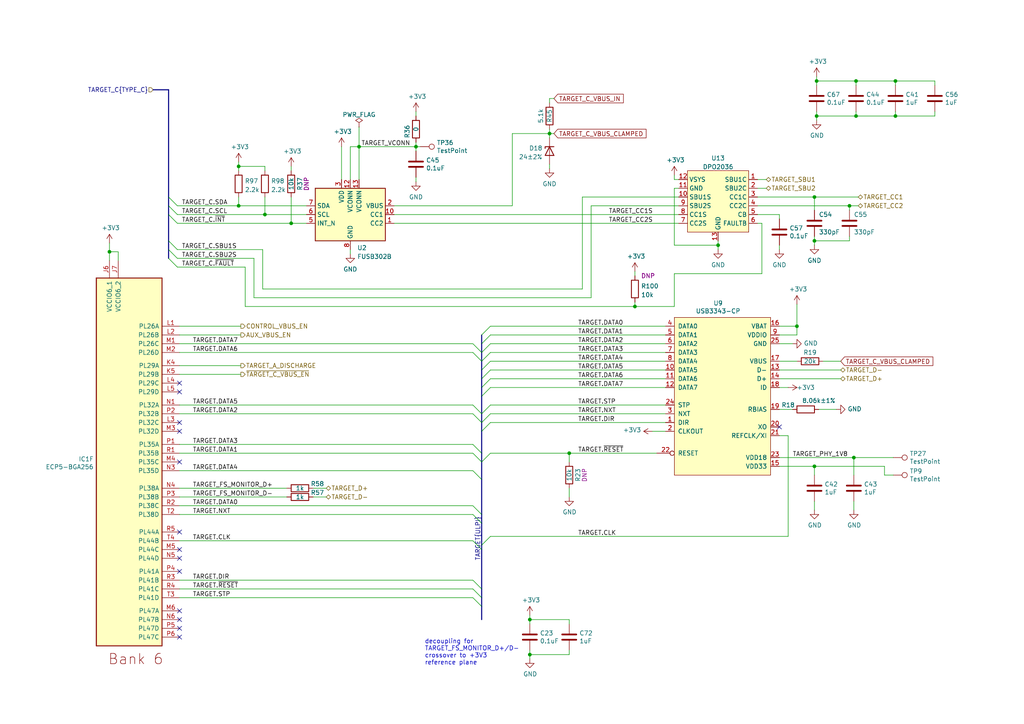
<source format=kicad_sch>
(kicad_sch (version 20211123) (generator eeschema)
  (paper "A4")
  (title_block (title "LUNA USB Multitool") (date "${DATE}") (rev "${VERSION}") (company "Copyright 2019-2023 Great Scott Gadgets") (comment 1 "Licensed under the CERN-OHL-P v2"))
  (junction (at 236.855 23.495))
  (junction (at 153.67 179.705))
  (junction (at 31.75 73.025))
  (junction (at 246.38 59.69))
  (junction (at 165.1 131.445))
  (junction (at 76.835 62.23))
  (junction (at 84.455 64.77))
  (junction (at 69.215 48.26))
  (junction (at 120.65 42.545))
  (junction (at 236.22 135.255))
  (junction (at 208.28 71.12))
  (junction (at 153.67 189.865))
  (junction (at 247.65 132.715))
  (junction (at 159.385 38.735))
  (junction (at 248.285 23.495))
  (junction (at 104.14 42.545))
  (junction (at 69.215 59.69))
  (junction (at 184.15 88.9))
  (junction (at 231.14 94.615))
  (junction (at 236.22 57.15))
  (junction (at 259.715 33.655))
  (junction (at 236.855 33.655))
  (junction (at 236.22 69.85))
  (junction (at 248.285 33.655))
  (junction (at 259.715 23.495))
  (no_connect (at 52.07 154.305))
  (no_connect (at 52.07 182.245))
  (no_connect (at 52.07 133.985))
  (no_connect (at 52.07 159.385))
  (no_connect (at 52.07 122.555))
  (no_connect (at 52.07 165.735))
  (no_connect (at 226.06 123.825))
  (no_connect (at 52.07 177.165))
  (no_connect (at 52.07 111.125))
  (no_connect (at 52.07 179.705))
  (no_connect (at 52.07 125.095))
  (no_connect (at 52.07 161.925))
  (no_connect (at 52.07 184.785))
  (no_connect (at 52.07 113.665))
  (bus_entry (at 139.7 125.095) (size 2.54 -2.54))
  (bus_entry (at 137.16 149.225) (size 2.54 2.54))
  (bus_entry (at 48.895 57.15) (size 2.54 2.54))
  (bus_entry (at 139.7 158.115) (size 2.54 -2.54))
  (bus_entry (at 48.895 62.23) (size 2.54 2.54))
  (bus_entry (at 137.16 168.275) (size 2.54 2.54))
  (bus_entry (at 139.7 120.015) (size 2.54 -2.54))
  (bus_entry (at 137.16 128.905) (size 2.54 2.54))
  (bus_entry (at 137.16 102.235) (size 2.54 2.54))
  (bus_entry (at 137.16 136.525) (size 2.54 2.54))
  (bus_entry (at 139.7 102.235) (size 2.54 -2.54))
  (bus_entry (at 139.7 109.855) (size 2.54 -2.54))
  (bus_entry (at 139.7 107.315) (size 2.54 -2.54))
  (bus_entry (at 139.7 133.985) (size -2.54 -2.54))
  (bus_entry (at 137.16 99.695) (size 2.54 2.54))
  (bus_entry (at 48.895 69.85) (size 2.54 2.54))
  (bus_entry (at 139.7 97.155) (size 2.54 -2.54))
  (bus_entry (at 48.895 74.93) (size 2.54 2.54))
  (bus_entry (at 48.895 59.69) (size 2.54 2.54))
  (bus_entry (at 137.16 170.815) (size 2.54 2.54))
  (bus_entry (at 137.16 173.355) (size 2.54 2.54))
  (bus_entry (at 139.7 104.775) (size 2.54 -2.54))
  (bus_entry (at 139.7 122.555) (size 2.54 -2.54))
  (bus_entry (at 139.7 114.935) (size 2.54 -2.54))
  (bus_entry (at 139.7 99.695) (size 2.54 -2.54))
  (bus_entry (at 137.16 146.685) (size 2.54 2.54))
  (bus_entry (at 137.16 117.475) (size 2.54 2.54))
  (bus_entry (at 139.7 133.985) (size 2.54 -2.54))
  (bus_entry (at 48.895 72.39) (size 2.54 2.54))
  (bus_entry (at 139.7 112.395) (size 2.54 -2.54))
  (bus_entry (at 137.16 120.015) (size 2.54 2.54))
  (bus_entry (at 137.16 156.845) (size 2.54 2.54))
  (wire (pts (xy 165.1 131.445) (xy 165.1 133.985)))
  (wire (pts (xy 159.385 38.735) (xy 159.385 40.005)))
  (wire (pts (xy 120.65 42.545) (xy 120.65 43.815)))
  (wire (pts (xy 247.65 137.795) (xy 247.65 132.715)))
  (wire (pts (xy 193.04 117.475) (xy 142.24 117.475)))
  (wire (pts (xy 142.24 155.575) (xy 228.6 155.575)))
  (wire (pts (xy 219.71 64.77) (xy 220.98 64.77)))
  (wire (pts (xy 238.76 104.775) (xy 243.84 104.775)))
  (wire (pts (xy 193.04 125.095) (xy 189.23 125.095)))
  (wire (pts (xy 236.22 60.96) (xy 236.22 57.15)))
  (wire (pts (xy 195.58 50.8) (xy 195.58 52.07)))
  (wire (pts (xy 52.07 146.685) (xy 137.16 146.685)))
  (wire (pts (xy 259.715 23.495) (xy 271.145 23.495)))
  (wire (pts (xy 52.07 117.475) (xy 137.16 117.475)))
  (wire (pts (xy 184.15 88.9) (xy 184.15 87.63)))
  (wire (pts (xy 219.71 62.23) (xy 226.06 62.23)))
  (wire (pts (xy 52.07 156.845) (xy 137.16 156.845)))
  (wire (pts (xy 226.06 62.23) (xy 226.06 63.5)))
  (wire (pts (xy 52.07 144.145) (xy 83.185 144.145)))
  (wire (pts (xy 165.1 189.865) (xy 165.1 188.595)))
  (wire (pts (xy 51.435 59.69) (xy 69.215 59.69)))
  (wire (pts (xy 51.435 64.77) (xy 84.455 64.77)))
  (wire (pts (xy 121.92 42.545) (xy 120.65 42.545)))
  (wire (pts (xy 236.22 68.58) (xy 236.22 69.85)))
  (wire (pts (xy 52.07 131.445) (xy 137.16 131.445)))
  (wire (pts (xy 248.285 32.385) (xy 248.285 33.655)))
  (wire (pts (xy 236.855 33.655) (xy 236.855 32.385)))
  (bus (pts (xy 48.895 26.035) (xy 48.895 57.15)))
  (wire (pts (xy 193.04 104.775) (xy 142.24 104.775)))
  (wire (pts (xy 228.6 112.395) (xy 226.06 112.395)))
  (wire (pts (xy 69.85 108.585) (xy 52.07 108.585)))
  (wire (pts (xy 114.3 64.77) (xy 196.85 64.77)))
  (wire (pts (xy 120.65 41.275) (xy 120.65 42.545)))
  (wire (pts (xy 259.715 33.655) (xy 271.145 33.655)))
  (bus (pts (xy 48.895 62.23) (xy 48.895 69.85)))
  (bus (pts (xy 139.7 125.095) (xy 139.7 131.445)))
  (wire (pts (xy 219.71 59.69) (xy 246.38 59.69)))
  (bus (pts (xy 48.895 69.85) (xy 48.895 72.39)))
  (wire (pts (xy 246.38 69.85) (xy 246.38 68.58)))
  (wire (pts (xy 153.67 179.705) (xy 153.67 180.975)))
  (bus (pts (xy 139.7 120.015) (xy 139.7 122.555)))
  (wire (pts (xy 52.07 136.525) (xy 137.16 136.525)))
  (wire (pts (xy 219.71 54.61) (xy 222.25 54.61)))
  (wire (pts (xy 148.59 38.735) (xy 148.59 59.69)))
  (bus (pts (xy 139.7 114.935) (xy 139.7 120.015)))
  (wire (pts (xy 246.38 59.69) (xy 248.92 59.69)))
  (wire (pts (xy 226.06 71.12) (xy 226.06 72.39)))
  (wire (pts (xy 76.835 57.15) (xy 76.835 62.23)))
  (wire (pts (xy 248.285 23.495) (xy 259.715 23.495)))
  (wire (pts (xy 153.67 189.865) (xy 153.67 191.135)))
  (wire (pts (xy 226.06 135.255) (xy 236.22 135.255)))
  (wire (pts (xy 271.145 23.495) (xy 271.145 24.765)))
  (wire (pts (xy 159.385 37.465) (xy 159.385 38.735)))
  (wire (pts (xy 73.66 86.36) (xy 73.66 74.93)))
  (wire (pts (xy 171.45 86.36) (xy 73.66 86.36)))
  (wire (pts (xy 195.58 52.07) (xy 196.85 52.07)))
  (wire (pts (xy 184.15 88.9) (xy 71.12 88.9)))
  (wire (pts (xy 69.215 48.26) (xy 76.835 48.26)))
  (wire (pts (xy 76.2 83.82) (xy 76.2 72.39)))
  (wire (pts (xy 259.08 137.795) (xy 256.54 137.795)))
  (wire (pts (xy 259.715 23.495) (xy 259.715 24.765)))
  (wire (pts (xy 193.04 120.015) (xy 142.24 120.015)))
  (wire (pts (xy 220.98 64.77) (xy 220.98 79.375)))
  (wire (pts (xy 193.04 122.555) (xy 142.24 122.555)))
  (bus (pts (xy 139.7 133.985) (xy 139.7 139.065)))
  (wire (pts (xy 195.58 79.375) (xy 195.58 88.9)))
  (wire (pts (xy 196.85 54.61) (xy 195.58 54.61)))
  (wire (pts (xy 256.54 137.795) (xy 256.54 135.255)))
  (wire (pts (xy 193.04 112.395) (xy 142.24 112.395)))
  (bus (pts (xy 139.7 112.395) (xy 139.7 114.935)))
  (bus (pts (xy 139.7 97.155) (xy 139.7 99.695)))
  (wire (pts (xy 84.455 57.15) (xy 84.455 64.77)))
  (wire (pts (xy 137.16 173.355) (xy 52.07 173.355)))
  (wire (pts (xy 51.435 77.47) (xy 71.12 77.47)))
  (wire (pts (xy 193.04 99.695) (xy 142.24 99.695)))
  (wire (pts (xy 219.71 52.07) (xy 222.25 52.07)))
  (wire (pts (xy 226.06 99.695) (xy 229.87 99.695)))
  (wire (pts (xy 208.28 71.12) (xy 208.28 69.85)))
  (wire (pts (xy 51.435 62.23) (xy 76.835 62.23)))
  (wire (pts (xy 120.65 51.435) (xy 120.65 52.705)))
  (wire (pts (xy 52.07 149.225) (xy 137.16 149.225)))
  (wire (pts (xy 52.07 170.815) (xy 137.16 170.815)))
  (wire (pts (xy 69.215 48.26) (xy 69.215 49.53)))
  (wire (pts (xy 229.87 118.745) (xy 226.06 118.745)))
  (wire (pts (xy 76.2 83.82) (xy 168.91 83.82)))
  (wire (pts (xy 248.285 23.495) (xy 248.285 24.765)))
  (wire (pts (xy 236.22 69.85) (xy 236.22 71.12)))
  (wire (pts (xy 236.855 22.225) (xy 236.855 23.495)))
  (wire (pts (xy 69.215 46.99) (xy 69.215 48.26)))
  (wire (pts (xy 193.04 107.315) (xy 142.24 107.315)))
  (wire (pts (xy 76.835 62.23) (xy 88.9 62.23)))
  (wire (pts (xy 193.04 94.615) (xy 142.24 94.615)))
  (wire (pts (xy 31.75 73.025) (xy 34.29 73.025)))
  (wire (pts (xy 236.22 57.15) (xy 248.92 57.15)))
  (wire (pts (xy 52.07 99.695) (xy 137.16 99.695)))
  (wire (pts (xy 137.16 168.275) (xy 52.07 168.275)))
  (wire (pts (xy 52.07 106.045) (xy 69.85 106.045)))
  (wire (pts (xy 51.435 72.39) (xy 76.2 72.39)))
  (wire (pts (xy 195.58 71.12) (xy 208.28 71.12)))
  (bus (pts (xy 139.7 159.385) (xy 139.7 170.815)))
  (wire (pts (xy 94.615 144.145) (xy 90.805 144.145)))
  (bus (pts (xy 48.895 57.15) (xy 48.895 59.69)))
  (wire (pts (xy 231.14 104.775) (xy 226.06 104.775)))
  (wire (pts (xy 101.6 52.07) (xy 101.6 42.545)))
  (wire (pts (xy 159.385 28.575) (xy 160.655 28.575)))
  (wire (pts (xy 231.14 94.615) (xy 231.14 97.155)))
  (bus (pts (xy 139.7 151.765) (xy 139.7 158.115)))
  (wire (pts (xy 226.06 132.715) (xy 247.65 132.715)))
  (wire (pts (xy 184.15 80.01) (xy 184.15 78.74)))
  (bus (pts (xy 139.7 170.815) (xy 139.7 173.355)))
  (wire (pts (xy 159.385 38.735) (xy 148.59 38.735)))
  (bus (pts (xy 48.895 72.39) (xy 48.895 74.93)))
  (bus (pts (xy 139.7 102.235) (xy 139.7 104.775)))
  (wire (pts (xy 159.385 47.625) (xy 159.385 48.895)))
  (wire (pts (xy 76.835 49.53) (xy 76.835 48.26)))
  (wire (pts (xy 247.65 132.715) (xy 259.08 132.715)))
  (wire (pts (xy 226.06 109.855) (xy 243.84 109.855)))
  (wire (pts (xy 84.455 64.77) (xy 88.9 64.77)))
  (wire (pts (xy 104.14 52.07) (xy 104.14 42.545)))
  (wire (pts (xy 69.215 59.69) (xy 88.9 59.69)))
  (wire (pts (xy 153.67 189.865) (xy 153.67 188.595)))
  (wire (pts (xy 153.67 178.435) (xy 153.67 179.705)))
  (wire (pts (xy 101.6 73.66) (xy 101.6 72.39)))
  (wire (pts (xy 226.06 126.365) (xy 228.6 126.365)))
  (wire (pts (xy 236.855 33.655) (xy 236.855 34.925)))
  (bus (pts (xy 139.7 122.555) (xy 139.7 125.095)))
  (wire (pts (xy 231.14 97.155) (xy 226.06 97.155)))
  (wire (pts (xy 52.07 102.235) (xy 137.16 102.235)))
  (wire (pts (xy 226.06 107.315) (xy 243.84 107.315)))
  (wire (pts (xy 228.6 155.575) (xy 228.6 126.365)))
  (wire (pts (xy 259.715 32.385) (xy 259.715 33.655)))
  (wire (pts (xy 104.14 42.545) (xy 104.14 36.83)))
  (wire (pts (xy 71.12 88.9) (xy 71.12 77.47)))
  (wire (pts (xy 231.14 94.615) (xy 231.14 88.265)))
  (wire (pts (xy 94.615 141.605) (xy 90.805 141.605)))
  (wire (pts (xy 248.285 33.655) (xy 236.855 33.655)))
  (wire (pts (xy 165.1 131.445) (xy 190.5 131.445)))
  (bus (pts (xy 139.7 175.895) (xy 139.7 179.705)))
  (bus (pts (xy 139.7 104.775) (xy 139.7 107.315)))
  (wire (pts (xy 242.57 118.745) (xy 237.49 118.745)))
  (wire (pts (xy 165.1 141.605) (xy 165.1 144.145)))
  (bus (pts (xy 139.7 99.695) (xy 139.7 102.235)))
  (bus (pts (xy 48.895 59.69) (xy 48.895 62.23)))
  (wire (pts (xy 259.715 33.655) (xy 248.285 33.655)))
  (wire (pts (xy 159.385 38.735) (xy 160.655 38.735)))
  (wire (pts (xy 52.07 141.605) (xy 83.185 141.605)))
  (wire (pts (xy 34.29 73.025) (xy 34.29 75.565)))
  (wire (pts (xy 99.06 42.545) (xy 99.06 52.07)))
  (wire (pts (xy 165.1 179.705) (xy 165.1 180.975)))
  (wire (pts (xy 193.04 109.855) (xy 142.24 109.855)))
  (wire (pts (xy 171.45 59.69) (xy 171.45 86.36)))
  (wire (pts (xy 226.06 94.615) (xy 231.14 94.615)))
  (wire (pts (xy 52.07 120.015) (xy 137.16 120.015)))
  (bus (pts (xy 139.7 109.855) (xy 139.7 112.395)))
  (wire (pts (xy 208.28 71.12) (xy 208.28 72.39)))
  (wire (pts (xy 248.285 23.495) (xy 236.855 23.495)))
  (bus (pts (xy 139.7 149.225) (xy 139.7 151.765)))
  (wire (pts (xy 193.04 102.235) (xy 142.24 102.235)))
  (wire (pts (xy 101.6 42.545) (xy 104.14 42.545)))
  (wire (pts (xy 196.85 59.69) (xy 171.45 59.69)))
  (wire (pts (xy 256.54 135.255) (xy 236.22 135.255)))
  (wire (pts (xy 31.75 75.565) (xy 31.75 73.025)))
  (wire (pts (xy 142.24 97.155) (xy 193.04 97.155)))
  (wire (pts (xy 51.435 74.93) (xy 73.66 74.93)))
  (wire (pts (xy 236.22 147.955) (xy 236.22 145.415)))
  (bus (pts (xy 139.7 107.315) (xy 139.7 109.855)))
  (wire (pts (xy 236.855 24.765) (xy 236.855 23.495)))
  (wire (pts (xy 195.58 88.9) (xy 184.15 88.9)))
  (wire (pts (xy 104.14 42.545) (xy 120.65 42.545)))
  (bus (pts (xy 139.7 131.445) (xy 139.7 133.985)))
  (wire (pts (xy 52.07 97.155) (xy 69.85 97.155)))
  (wire (pts (xy 31.75 73.025) (xy 31.75 70.485)))
  (wire (pts (xy 153.67 179.705) (xy 165.1 179.705)))
  (bus (pts (xy 139.7 158.115) (xy 139.7 159.385)))
  (wire (pts (xy 120.65 33.655) (xy 120.65 32.385)))
  (wire (pts (xy 69.215 57.15) (xy 69.215 59.69)))
  (wire (pts (xy 246.38 60.96) (xy 246.38 59.69)))
  (bus (pts (xy 139.7 139.065) (xy 139.7 149.225)))
  (wire (pts (xy 195.58 79.375) (xy 220.98 79.375)))
  (wire (pts (xy 168.91 57.15) (xy 196.85 57.15)))
  (wire (pts (xy 148.59 59.69) (xy 114.3 59.69)))
  (wire (pts (xy 84.455 48.26) (xy 84.455 49.53)))
  (wire (pts (xy 247.65 147.955) (xy 247.65 145.415)))
  (wire (pts (xy 159.385 29.845) (xy 159.385 28.575)))
  (wire (pts (xy 195.58 54.61) (xy 195.58 71.12)))
  (bus (pts (xy 139.7 173.355) (xy 139.7 175.895)))
  (wire (pts (xy 168.91 83.82) (xy 168.91 57.15)))
  (wire (pts (xy 52.07 94.615) (xy 69.85 94.615)))
  (wire (pts (xy 142.24 131.445) (xy 165.1 131.445)))
  (wire (pts (xy 114.3 62.23) (xy 196.85 62.23)))
  (wire (pts (xy 271.145 33.655) (xy 271.145 32.385)))
  (wire (pts (xy 236.22 135.255) (xy 236.22 137.795)))
  (wire (pts (xy 52.07 128.905) (xy 137.16 128.905)))
  (wire (pts (xy 153.67 189.865) (xy 165.1 189.865)))
  (wire (pts (xy 219.71 57.15) (xy 236.22 57.15)))
  (bus (pts (xy 48.895 26.035) (xy 44.45 26.035)))
  (wire (pts (xy 236.22 69.85) (xy 246.38 69.85)))
  (text "decoupling for\nTARGET_FS_MONITOR_D+/D-\ncrossover to +3V3\nreference plane" (at 123.19 193.04 0) (effects (font (size 1.27 1.27)) (justify left bottom)))
  (label "TARGET.DATA2" (at 167.64 99.695 0))
  (label "TARGET_VCONN" (at 104.775 42.545 0))
  (label "TARGET_FS_MONITOR_D-" (at 55.88 144.145 0))
  (label "TARGET_C.~{INT}" (at 52.705 64.77 0))
  (label "TARGET.STP" (at 55.88 173.355 0))
  (label "TARGET_C.SBU2S" (at 52.705 74.93 0))
  (label "TARGET.DATA3" (at 55.88 128.905 0))
  (label "TARGET.DATA5" (at 167.64 107.315 0))
  (label "TARGET.DATA0" (at 167.64 94.615 0))
  (label "TARGET.DATA4" (at 55.88 136.525 0))
  (label "TARGET.DATA5" (at 55.88 117.475 0))
  (label "TARGET.CLK" (at 55.88 156.845 0))
  (label "TARGET.DIR" (at 55.88 168.275 0))
  (label "TARGET.~{RESET}" (at 167.64 131.445 0))
  (label "TARGET_C.SBU1S" (at 52.705 72.39 0))
  (label "TARGET.DATA1" (at 55.88 131.445 0))
  (label "TARGET.CLK" (at 167.64 155.575 0))
  (label "TARGET_C.SCL" (at 52.705 62.23 0))
  (label "TARGET.NXT" (at 167.64 120.015 0))
  (label "TARGET.DATA6" (at 167.64 109.855 0))
  (label "TARGET_CC2S" (at 176.53 64.77 0))
  (label "TARGET_C.~{FAULT}" (at 52.705 77.47 0))
  (label "TARGET.DATA6" (at 55.88 102.235 0))
  (label "TARGET_C.SDA" (at 52.705 59.69 0))
  (label "TARGET.DATA7" (at 55.88 99.695 0))
  (label "TARGET.DATA1" (at 167.64 97.155 0))
  (label "TARGET.~{RESET}" (at 55.88 170.815 0))
  (label "TARGET.DATA4" (at 167.64 104.775 0))
  (label "TARGET.NXT" (at 55.88 149.225 0))
  (label "TARGET_FS_MONITOR_D+" (at 55.88 141.605 0))
  (label "TARGET_CC1S" (at 176.53 62.23 0))
  (label "TARGET_PHY_1V8" (at 229.87 132.715 0))
  (label "TARGET.DIR" (at 167.64 122.555 0))
  (label "TARGET.DATA7" (at 167.64 112.395 0))
  (label "TARGET.DATA2" (at 55.88 120.015 0))
  (label "TARGET{ULPI}" (at 139.7 162.56 90))
  (label "TARGET.STP" (at 167.64 117.475 0))
  (label "TARGET.DATA0" (at 55.88 146.685 0))
  (label "TARGET.DATA3" (at 167.64 102.235 0))
  (global_label "TARGET_C_VBUS_CLAMPED" (shape input) (at 243.84 104.775 0) (property "Intersheet References" "${INTERSHEET_REFS}" (effects hide)))
  (global_label "TARGET_C_VBUS_IN" (shape input) (at 160.655 28.575 0) (property "Intersheet References" "${INTERSHEET_REFS}" (effects hide)))
  (global_label "TARGET_C_VBUS_CLAMPED" (shape input) (at 160.655 38.735 0) (property "Intersheet References" "${INTERSHEET_REFS}" (effects hide)))
  (hierarchical_label "CONTROL_VBUS_EN" (shape output) (at 69.85 94.615 0))
  (hierarchical_label "TARGET_D+" (shape bidirectional) (at 243.84 109.855 0))
  (hierarchical_label "TARGET_SBU2" (shape bidirectional) (at 222.25 54.61 0))
  (hierarchical_label "~{TARGET_C_VBUS_EN}" (shape output) (at 69.85 108.585 0))
  (hierarchical_label "TARGET_A_DISCHARGE" (shape output) (at 69.85 106.045 0))
  (hierarchical_label "TARGET_SBU1" (shape bidirectional) (at 222.25 52.07 0))
  (hierarchical_label "AUX_VBUS_EN" (shape output) (at 69.85 97.155 0))
  (hierarchical_label "TARGET_CC2" (shape bidirectional) (at 248.92 59.69 0))
  (hierarchical_label "TARGET_D+" (shape bidirectional) (at 94.615 141.605 0))
  (hierarchical_label "TARGET_CC1" (shape bidirectional) (at 248.92 57.15 0))
  (hierarchical_label "TARGET_C{TYPE_C}" (shape input) (at 44.45 26.035 180))
  (hierarchical_label "TARGET_D-" (shape bidirectional) (at 94.615 144.145 0))
  (hierarchical_label "TARGET_D-" (shape bidirectional) (at 243.84 107.315 0))
  (symbol (lib_id "power:+3V3") (at 189.23 125.095 90) (unit 1)
    (property "Reference" "#PWR070" (effects hide))
    (property "Value" "+3V3" (at 185.9788 124.714 90) (effects (justify left)))
  )
  (symbol (lib_id "Device:R") (at 234.95 104.775 270) (unit 1)
    (property "Reference" "R19" (at 234.95 102.235 90))
    (property "Value" "20k" (at 234.95 104.775 90))
    (property "Footprint" "Resistor_SMD:R_0402_1005Metric" (effects hide))
    (property "Description" "RES SMD 20K OHM 5% 1/16W 0402" (effects hide))
    (property "Manufacturer" "Yageo" (effects hide))
    (property "Part Number" "RC0402JR-0720KL" (effects hide))
    (property "Substitution" "any equivalent" (effects hide))
  )
  (symbol (lib_id "power:GND") (at 242.57 118.745 90) (unit 1)
    (property "Reference" "#PWR079" (effects hide))
    (property "Value" "GND" (at 245.8212 118.618 90) (effects (justify right)))
  )
  (symbol (lib_id "Device:R") (at 233.68 118.745 270) (unit 1)
    (property "Reference" "R18" (at 228.6 117.475 90))
    (property "Value" "8.06k±1%" (at 237.49 116.205 90))
    (property "Footprint" "Resistor_SMD:R_0402_1005Metric" (effects hide))
    (property "Description" "RES SMD 8.06K OHM 1% 1/10W 0402" (effects hide))
    (property "Manufacturer" "Panasonic" (effects hide))
    (property "Part Number" "ERJ-2RKF8061X" (effects hide))
    (property "Substitution" "any equivalent" (effects hide))
  )
  (symbol (lib_id "power:+3V3") (at 231.14 88.265 0) (unit 1)
    (property "Reference" "#PWR077" (effects hide))
    (property "Value" "+3V3" (at 231.4956 83.8708 0))
  )
  (symbol (lib_id "power:GND") (at 229.87 99.695 90) (unit 1)
    (property "Reference" "#PWR075" (effects hide))
    (property "Value" "GND" (at 233.1212 99.568 90) (effects (justify right)))
  )
  (symbol (lib_id "power:GND") (at 247.65 147.955 0) (unit 1)
    (property "Reference" "#PWR080" (effects hide))
    (property "Value" "GND" (at 247.7516 152.3238 0))
  )
  (symbol (lib_id "Device:C") (at 247.65 141.605 0) (unit 1)
    (property "Reference" "C43" (at 250.571 140.462 0) (effects (justify left)))
    (property "Value" "1uF" (at 250.571 142.748 0) (effects (justify left)))
    (property "Footprint" "Capacitor_SMD:C_0402_1005Metric" (effects hide))
    (property "Part Number" "CL05A105MQ5NNNC" (effects hide))
    (property "Substitution" "CL05A105KQ5NNNC, CL05A105KP5NNNC, CL05A105KO5NNNC" (effects hide))
    (property "Description" "CAP CER 1UF 6.3V X5R 0402 20%" (effects hide))
    (property "Manufacturer" "Samsung" (effects hide))
  )
  (symbol (lib_id "power:GND") (at 236.22 147.955 0) (unit 1)
    (property "Reference" "#PWR078" (effects hide))
    (property "Value" "GND" (at 236.3216 152.3238 0))
  )
  (symbol (lib_id "Device:C") (at 236.22 141.605 0) (unit 1)
    (property "Reference" "C42" (at 239.141 140.462 0) (effects (justify left)))
    (property "Value" "1uF" (at 239.141 142.748 0) (effects (justify left)))
    (property "Footprint" "Capacitor_SMD:C_0402_1005Metric" (effects hide))
    (property "Part Number" "CL05A105MQ5NNNC" (effects hide))
    (property "Substitution" "CL05A105KQ5NNNC, CL05A105KP5NNNC, CL05A105KO5NNNC" (effects hide))
    (property "Description" "CAP CER 1UF 6.3V X5R 0402 20%" (effects hide))
    (property "Manufacturer" "Samsung" (effects hide))
  )
  (symbol (lib_id "usb:USB3343") (at 193.04 92.075 0) (unit 1)
    (property "Reference" "U9" (at 208.28 87.9348 0))
    (property "Value" "USB3343-CP" (at 208.28 90.2208 0))
    (property "Footprint" "Package_DFN_QFN:VQFN-24-1EP_4x4mm_P0.5mm_EP2.45x2.45mm" (effects hide))
    (property "Datasheet" "http://ww1.microchip.com/downloads/en/DeviceDoc/334x.pdf" (effects hide))
    (property "Description" "IC TRANSCEIVER 1/1 24QFN" (effects hide))
    (property "Manufacturer" "Microchip" (effects hide))
    (property "Part Number" "USB3343-CP" (effects hide))
  )
  (symbol (lib_id "power:+3V3") (at 31.75 70.485 0) (unit 1)
    (property "Reference" "#PWR069" (effects hide))
    (property "Value" "+3V3" (at 32.1056 66.0908 0))
  )
  (symbol (lib_id "Device:C") (at 248.285 28.575 0) (unit 1)
    (property "Reference" "C44" (at 251.206 27.432 0) (effects (justify left)))
    (property "Value" "0.1uF" (at 251.206 29.718 0) (effects (justify left)))
    (property "Footprint" "Capacitor_SMD:C_0402_1005Metric" (effects hide))
    (property "Part Number" "CL05A104KA5NNNC" (effects hide))
    (property "Substitution" "any equivalent" (effects hide))
    (property "Description" "CAP CER 0.1UF 25V X5R 0402" (effects hide))
    (property "Manufacturer" "Samsung" (effects hide))
  )
  (symbol (lib_id "Device:C") (at 259.715 28.575 0) (unit 1)
    (property "Reference" "C41" (at 262.636 27.432 0) (effects (justify left)))
    (property "Value" "1uF" (at 262.636 29.718 0) (effects (justify left)))
    (property "Footprint" "Capacitor_SMD:C_0402_1005Metric" (effects hide))
    (property "Part Number" "CL05A105MQ5NNNC" (effects hide))
    (property "Substitution" "CL05A105KQ5NNNC, CL05A105KP5NNNC, CL05A105KO5NNNC" (effects hide))
    (property "Description" "CAP CER 1UF 6.3V X5R 0402 20%" (effects hide))
    (property "Manufacturer" "Samsung" (effects hide))
  )
  (symbol (lib_id "power:+3V3") (at 236.855 22.225 0) (unit 1)
    (property "Reference" "#PWR073" (effects hide))
    (property "Value" "+3V3" (at 237.2106 17.8308 0))
  )
  (symbol (lib_id "power:GND") (at 236.855 34.925 0) (unit 1)
    (property "Reference" "#PWR072" (effects hide))
    (property "Value" "GND" (at 236.9566 39.2938 0))
  )
  (symbol (lib_id "Device:R") (at 165.1 137.795 0) (unit 1)
    (property "Reference" "R23" (at 167.64 137.795 90))
    (property "Value" "10k" (at 165.1 137.795 90))
    (property "Footprint" "Resistor_SMD:R_0402_1005Metric" (effects hide))
    (property "Part Number" "RC0402JR-0710KL" (effects hide))
    (property "Substitution" "any equivalent" (effects hide))
    (property "Description" "RES 10K OHM 5% 1/16W 0402" (effects hide))
    (property "Manufacturer" "Yageo" (effects hide))
    (property "DNP" "DNP" (at 169.545 137.795 90))
  )
  (symbol (lib_id "power:GND") (at 165.1 144.145 0) (unit 1)
    (property "Reference" "#PWR0108" (effects hide))
    (property "Value" "GND" (at 165.2016 148.5138 0))
  )
  (symbol (lib_id "power:+3V3") (at 228.6 112.395 270) (unit 1)
    (property "Reference" "#PWR0127" (effects hide))
    (property "Value" "+3V3" (at 233.68 112.395 90))
  )
  (symbol (lib_id "Connector:TestPoint") (at 259.08 132.715 270) (unit 1) (in_bom no)
    (property "Reference" "TP27" (at 263.8298 131.572 90) (effects (justify left)))
    (property "Value" "TestPoint" (at 263.8298 133.858 90) (effects (justify left)))
    (property "Footprint" "TestPoint:TestPoint_Pad_D1.0mm" (effects hide))
  )
  (symbol (lib_id "fpgas_and_processors:ECP5-BGA256") (at 27.94 80.645 0) (unit 6)
    (property "Reference" "IC1" (at 27.178 133.1468 0) (effects (justify right)))
    (property "Value" "ECP5-BGA256" (at 27.178 135.4328 0) (effects (justify right)))
    (property "Footprint" "luna:lattice_cabga256" (effects hide))
    (property "Description" "FPGA - Field Programmable Gate Array ECP5; 12k LUTs; 1.1V" (effects hide))
    (property "Manufacturer" "Lattice" (effects hide))
    (property "Part Number" "LFE5U-12F-6BG256C" (effects hide))
    (property "Substitution" "LFE5U-12F-*BG256*, LFE5U-25F-*BG256*" (effects hide))
  )
  (symbol (lib_id "Device:R") (at 86.995 144.145 270) (unit 1)
    (property "Reference" "R57" (at 92.075 142.875 90))
    (property "Value" "1k" (at 86.995 144.145 90))
    (property "Footprint" "Resistor_SMD:R_0402_1005Metric" (effects hide))
    (property "Part Number" "RC0402JR-071KL" (effects hide))
    (property "Substitution" "any equivalent" (effects hide))
    (property "Description" "RES 1K OHM 5% 1/16W 0402" (effects hide))
    (property "Manufacturer" "Yageo" (effects hide))
  )
  (symbol (lib_id "Device:R") (at 120.65 37.465 180) (unit 1)
    (property "Reference" "R36" (at 118.11 36.195 90) (effects (justify left)))
    (property "Value" "0" (at 120.65 37.465 90))
    (property "Footprint" "Resistor_SMD:R_0402_1005Metric" (effects hide))
    (property "Part Number" "RC0402FR-070RL" (effects hide))
    (property "Substitution" "any equivalent" (effects hide))
    (property "Description" "RES 0 OHM JUMPER 1/16W 0402" (effects hide))
    (property "Manufacturer" "Yageo" (effects hide))
  )
  (symbol (lib_id "Device:R") (at 159.385 33.655 0) (mirror x) (unit 1)
    (property "Reference" "R45" (at 159.385 33.655 90))
    (property "Value" "5.1k" (at 156.845 33.655 90))
    (property "Footprint" "Resistor_SMD:R_0402_1005Metric" (effects hide))
    (property "Part Number" "RC0402JR-075K1L" (effects hide))
    (property "Substitution" "any equivalent" (effects hide))
    (property "Description" "RES 5.1K OHM 5% 1/16W 0402" (effects hide))
    (property "Manufacturer" "Yageo" (effects hide))
  )
  (symbol (lib_id "Device:C") (at 246.38 64.77 0) (unit 1)
    (property "Reference" "C55" (at 247.65 62.23 0) (effects (justify left)))
    (property "Value" "330pF" (at 247.65 67.31 0) (effects (justify left)))
    (property "Footprint" "Capacitor_SMD:C_0402_1005Metric" (effects hide))
    (property "Part Number" "CL05C331JB5NNNC" (effects hide))
    (property "Substitution" "any equivalent" (effects hide))
    (property "Description" "CAP CER 330PF 50V C0G/NP0 0402" (effects hide))
    (property "Manufacturer" "Samsung" (effects hide))
  )
  (symbol (lib_id "power:PWR_FLAG") (at 104.14 36.83 0) (unit 1)
    (property "Reference" "#FLG0104" (effects hide))
    (property "Value" "PWR_FLAG" (at 104.14 33.2542 0))
  )
  (symbol (lib_id "Device:C") (at 236.22 64.77 0) (unit 1)
    (property "Reference" "C54" (at 237.49 62.23 0) (effects (justify left)))
    (property "Value" "330pF" (at 237.49 67.31 0) (effects (justify left)))
    (property "Footprint" "Capacitor_SMD:C_0402_1005Metric" (effects hide))
    (property "Part Number" "CL05C331JB5NNNC" (effects hide))
    (property "Substitution" "any equivalent" (effects hide))
    (property "Description" "CAP CER 330PF 50V C0G/NP0 0402" (effects hide))
    (property "Manufacturer" "Samsung" (effects hide))
  )
  (symbol (lib_id "Connector:TestPoint") (at 259.08 137.795 270) (unit 1) (in_bom no)
    (property "Reference" "TP9" (at 263.8298 136.652 90) (effects (justify left)))
    (property "Value" "TestPoint" (at 263.8298 138.938 90) (effects (justify left)))
    (property "Footprint" "TestPoint:TestPoint_Pad_D1.0mm" (effects hide))
  )
  (symbol (lib_id "Device:C") (at 120.65 47.625 0) (unit 1)
    (property "Reference" "C45" (at 123.571 46.482 0) (effects (justify left)))
    (property "Value" "0.1uF" (at 123.571 48.768 0) (effects (justify left)))
    (property "Footprint" "Capacitor_SMD:C_0402_1005Metric" (effects hide))
    (property "Part Number" "CL05A104KA5NNNC" (effects hide))
    (property "Substitution" "any equivalent" (effects hide))
    (property "Description" "CAP CER 0.1UF 25V X5R 0402" (effects hide))
    (property "Manufacturer" "Samsung" (effects hide))
  )
  (symbol (lib_id "Device:C") (at 153.67 184.785 0) (unit 1)
    (property "Reference" "C23" (at 156.591 183.642 0) (effects (justify left)))
    (property "Value" "0.1uF" (at 156.591 185.928 0) (effects (justify left)))
    (property "Footprint" "Capacitor_SMD:C_0402_1005Metric" (effects hide))
    (property "Part Number" "CL05A104KA5NNNC" (effects hide))
    (property "Substitution" "any equivalent" (effects hide))
    (property "Description" "CAP CER 0.1UF 25V X5R 0402" (effects hide))
    (property "Manufacturer" "Samsung" (effects hide))
  )
  (symbol (lib_id "power:GND") (at 159.385 48.895 0) (mirror y) (unit 1)
    (property "Reference" "#PWR024" (effects hide))
    (property "Value" "GND" (at 159.385 53.3384 0))
  )
  (symbol (lib_id "Device:C") (at 236.855 28.575 0) (unit 1)
    (property "Reference" "C67" (at 239.776 27.432 0) (effects (justify left)))
    (property "Value" "0.1uF" (at 239.776 29.718 0) (effects (justify left)))
    (property "Footprint" "Capacitor_SMD:C_0402_1005Metric" (effects hide))
    (property "Part Number" "CL05A104KA5NNNC" (effects hide))
    (property "Substitution" "any equivalent" (effects hide))
    (property "Description" "CAP CER 0.1UF 25V X5R 0402" (effects hide))
    (property "Manufacturer" "Samsung" (effects hide))
  )
  (symbol (lib_id "power:GND") (at 226.06 72.39 0) (mirror y) (unit 1)
    (property "Reference" "#PWR0164" (effects hide))
    (property "Value" "GND" (at 226.06 76.8334 0))
  )
  (symbol (lib_id "Device:C") (at 271.145 28.575 0) (unit 1)
    (property "Reference" "C56" (at 274.066 27.432 0) (effects (justify left)))
    (property "Value" "1uF" (at 274.066 29.718 0) (effects (justify left)))
    (property "Footprint" "Capacitor_SMD:C_0402_1005Metric" (effects hide))
    (property "Part Number" "CL05A105MQ5NNNC" (effects hide))
    (property "Substitution" "CL05A105KQ5NNNC, CL05A105KP5NNNC, CL05A105KO5NNNC" (effects hide))
    (property "Description" "CAP CER 1UF 6.3V X5R 0402 20%" (effects hide))
    (property "Manufacturer" "Samsung" (effects hide))
  )
  (symbol (lib_id "power:+3V3") (at 84.455 48.26 0) (unit 1)
    (property "Reference" "#PWR017" (effects hide))
    (property "Value" "+3V3" (at 84.8106 43.8658 0))
  )
  (symbol (lib_id "Device:C") (at 165.1 184.785 0) (unit 1)
    (property "Reference" "C72" (at 168.021 183.642 0) (effects (justify left)))
    (property "Value" "1uF" (at 168.021 185.928 0) (effects (justify left)))
    (property "Footprint" "Capacitor_SMD:C_0402_1005Metric" (effects hide))
    (property "Part Number" "CL05A105MQ5NNNC" (effects hide))
    (property "Substitution" "CL05A105KQ5NNNC, CL05A105KP5NNNC, CL05A105KO5NNNC" (effects hide))
    (property "Description" "CAP CER 1UF 6.3V X5R 0402 20%" (effects hide))
    (property "Manufacturer" "Samsung" (effects hide))
  )
  (symbol (lib_id "Device:R") (at 184.15 83.82 0) (unit 1)
    (property "Reference" "R100" (at 185.928 82.9853 0) (effects (justify left)))
    (property "Value" "10k" (at 185.928 85.5222 0) (effects (justify left)))
    (property "Footprint" "Resistor_SMD:R_0402_1005Metric" (effects hide))
    (property "Part Number" "RC0402JR-0710KL" (effects hide))
    (property "Substitution" "any equivalent" (effects hide))
    (property "Description" "RES 10K OHM 5% 1/16W 0402" (effects hide))
    (property "Manufacturer" "Yageo" (effects hide))
    (property "DNP" "DNP" (at 187.96 80.01 0))
  )
  (symbol (lib_id "power:+3V3") (at 99.06 42.545 0) (unit 1)
    (property "Reference" "#PWR019" (effects hide))
    (property "Value" "+3V3" (at 99.4156 38.1508 0))
  )
  (symbol (lib_id "Device:R") (at 69.215 53.34 0) (mirror y) (unit 1)
    (property "Reference" "R97" (at 70.993 52.5053 0) (effects (justify right)))
    (property "Value" "2.2k" (at 70.993 55.0422 0) (effects (justify right)))
    (property "Footprint" "Resistor_SMD:R_0402_1005Metric" (effects hide))
    (property "Part Number" "RC0402JR-072K2L" (effects hide))
    (property "Substitution" "any equivalent" (effects hide))
    (property "Description" "RES 2.2K OHM 5% 1/16W 0402" (effects hide))
    (property "Manufacturer" "Yageo" (effects hide))
  )
  (symbol (lib_id "power:GND") (at 120.65 52.705 0) (mirror y) (unit 1)
    (property "Reference" "#PWR0135" (effects hide))
    (property "Value" "GND" (at 120.65 57.1484 0))
  )
  (symbol (lib_id "power:GND") (at 153.67 191.135 0) (unit 1)
    (property "Reference" "#PWR071" (effects hide))
    (property "Value" "GND" (at 153.7716 195.5038 0))
  )
  (symbol (lib_id "power:+3V3") (at 69.215 46.99 0) (unit 1)
    (property "Reference" "#PWR020" (effects hide))
    (property "Value" "+3V3" (at 69.5706 42.5958 0))
  )
  (symbol (lib_id "Device:C") (at 226.06 67.31 0) (unit 1)
    (property "Reference" "C57" (at 228.981 66.167 0) (effects (justify left)))
    (property "Value" "0.1uF" (at 228.981 68.453 0) (effects (justify left)))
    (property "Footprint" "Capacitor_SMD:C_0402_1005Metric" (effects hide))
    (property "Part Number" "CL05A104KA5NNNC" (effects hide))
    (property "Substitution" "any equivalent" (effects hide))
    (property "Description" "CAP CER 0.1UF 25V X5R 0402" (effects hide))
    (property "Manufacturer" "Samsung" (effects hide))
  )
  (symbol (lib_id "Interface_USB:FUSB302BMPX") (at 101.6 62.23 0) (unit 1)
    (property "Reference" "U2" (at 103.6194 71.8804 0) (effects (justify left)))
    (property "Value" "FUSB302B" (at 103.6194 74.4173 0) (effects (justify left)))
    (property "Footprint" "Package_DFN_QFN:WQFN-14-1EP_2.5x2.5mm_P0.5mm_EP1.45x1.45mm" (effects hide))
    (property "Datasheet" "http://www.onsemi.com/pub/Collateral/FUSB302B-D.PDF" (effects hide))
    (property "Manufacturer" "onsemi" (effects hide))
    (property "Part Number" "FUSB302BMPX" (effects hide))
    (property "Description" "IC USB TYPE C CTLR PROGR 14-MLP" (effects hide))
    (property "Substitution" "FUSB302BVMPX" (effects hide))
  )
  (symbol (lib_id "power:+3V3") (at 120.65 32.385 0) (unit 1)
    (property "Reference" "#PWR0157" (effects hide))
    (property "Value" "+3V3" (at 121.0056 27.9908 0))
  )
  (symbol (lib_id "power:GND") (at 236.22 71.12 0) (mirror y) (unit 1)
    (property "Reference" "#PWR021" (effects hide))
    (property "Value" "GND" (at 236.22 75.5634 0))
  )
  (symbol (lib_id "usb:DPO2036") (at 208.28 58.42 0) (mirror y) (unit 1)
    (property "Reference" "U13" (at 208.28 45.881 0))
    (property "Value" "DPO2036" (at 208.28 48.4179 0))
    (property "Footprint" "luna:Diodes_UQFN2020-12_Type-B" (effects hide))
    (property "Datasheet" "https://www.diodes.com/assets/Datasheets/DPO2036.pdf" (effects hide))
    (property "Description" "DATALINE OVER VOLTAGE PROTECTION" (effects hide))
    (property "Manufacturer" "Diodes Inc." (effects hide))
    (property "Part Number" "DPO2036DBB-7" (effects hide))
  )
  (symbol (lib_id "power:GND") (at 101.6 73.66 0) (mirror y) (unit 1)
    (property "Reference" "#PWR0155" (effects hide))
    (property "Value" "GND" (at 101.6 78.1034 0))
  )
  (symbol (lib_id "power:+3V3") (at 195.58 50.8 0) (unit 1)
    (property "Reference" "#PWR084" (effects hide))
    (property "Value" "+3V3" (at 195.9356 46.4058 0))
  )
  (symbol (lib_id "power:GND") (at 208.28 72.39 0) (mirror y) (unit 1)
    (property "Reference" "#PWR0163" (effects hide))
    (property "Value" "GND" (at 208.28 76.8334 0))
  )
  (symbol (lib_id "Connector:TestPoint") (at 121.92 42.545 270) (unit 1) (in_bom no)
    (property "Reference" "TP36" (at 126.6698 41.402 90) (effects (justify left)))
    (property "Value" "TestPoint" (at 126.6698 43.688 90) (effects (justify left)))
    (property "Footprint" "TestPoint:TestPoint_Pad_D1.0mm" (effects hide))
  )
  (symbol (lib_id "Device:R") (at 84.455 53.34 0) (unit 1)
    (property "Reference" "R37" (at 86.995 53.34 90))
    (property "Value" "10k" (at 84.455 53.34 90))
    (property "Footprint" "Resistor_SMD:R_0402_1005Metric" (effects hide))
    (property "Part Number" "RC0402JR-0710KL" (effects hide))
    (property "Substitution" "any equivalent" (effects hide))
    (property "Description" "RES 10K OHM 5% 1/16W 0402" (effects hide))
    (property "Manufacturer" "Yageo" (effects hide))
    (property "DNP" "DNP" (at 88.9 53.34 90))
  )
  (symbol (lib_id "power:+3V3") (at 184.15 78.74 0) (unit 1)
    (property "Reference" "#PWR0169" (effects hide))
    (property "Value" "+3V3" (at 184.5056 74.3458 0))
  )
  (symbol (lib_id "Device:D_Zener") (at 159.385 43.815 90) (mirror x) (unit 1)
    (property "Reference" "D18" (at 157.353 42.9803 90) (effects (justify left)))
    (property "Value" "24±2%" (at 157.353 45.5172 90) (effects (justify left)))
    (property "Footprint" "luna:DFN1006-2" (effects hide))
    (property "Datasheet" "https://assets.nexperia.com/documents/data-sheet/BZX884_BC_SER.pdf" (effects hide))
    (property "Manufacturer" "Nexperia" (effects hide))
    (property "Part Number" "BZX884-B24,315" (effects hide))
    (property "Description" "DIODE ZENER 24V 250MW DFN1006-2" (effects hide))
  )
  (symbol (lib_id "power:+3V3") (at 153.67 178.435 0) (unit 1)
    (property "Reference" "#PWR068" (effects hide))
    (property "Value" "+3V3" (at 154.0256 174.0408 0))
  )
  (symbol (lib_id "Device:R") (at 76.835 53.34 0) (mirror y) (unit 1)
    (property "Reference" "R98" (at 78.613 52.5053 0) (effects (justify right)))
    (property "Value" "2.2k" (at 78.613 55.0422 0) (effects (justify right)))
    (property "Footprint" "Resistor_SMD:R_0402_1005Metric" (effects hide))
    (property "Part Number" "RC0402JR-072K2L" (effects hide))
    (property "Substitution" "any equivalent" (effects hide))
    (property "Description" "RES 2.2K OHM 5% 1/16W 0402" (effects hide))
    (property "Manufacturer" "Yageo" (effects hide))
  )
  (symbol (lib_id "Device:R") (at 86.995 141.605 270) (unit 1)
    (property "Reference" "R58" (at 92.075 140.335 90))
    (property "Value" "1k" (at 86.995 141.605 90))
    (property "Footprint" "Resistor_SMD:R_0402_1005Metric" (effects hide))
    (property "Part Number" "RC0402JR-071KL" (effects hide))
    (property "Substitution" "any equivalent" (effects hide))
    (property "Description" "RES 1K OHM 5% 1/16W 0402" (effects hide))
    (property "Manufacturer" "Yageo" (effects hide))
  )
)
</source>
